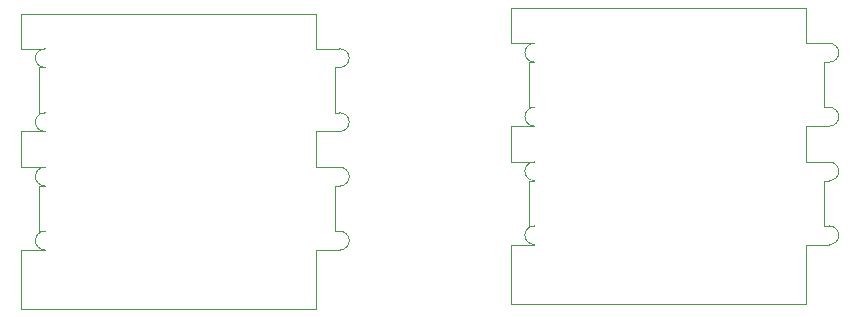
<source format=gbr>
%TF.GenerationSoftware,KiCad,Pcbnew,(6.0.8-1)-1*%
%TF.CreationDate,2022-10-31T23:33:37-07:00*%
%TF.ProjectId,bigger_test_files,62696767-6572-45f7-9465-73745f66696c,rev?*%
%TF.SameCoordinates,Original*%
%TF.FileFunction,Profile,NP*%
%FSLAX46Y46*%
G04 Gerber Fmt 4.6, Leading zero omitted, Abs format (unit mm)*
G04 Created by KiCad (PCBNEW (6.0.8-1)-1) date 2022-10-31 23:33:37*
%MOMM*%
%LPD*%
G01*
G04 APERTURE LIST*
%TA.AperFunction,Profile*%
%ADD10C,0.100000*%
%TD*%
G04 APERTURE END LIST*
D10*
X210960000Y-71370722D02*
X210960000Y-66377305D01*
X185960000Y-66377305D02*
X185960000Y-71370722D01*
X212520000Y-64797305D02*
X212520000Y-60960000D01*
X187960000Y-66375551D02*
X187960000Y-66377305D01*
X187960000Y-66377305D02*
X185960000Y-66377305D01*
X185960000Y-71370722D02*
X210960000Y-71370722D01*
X210960000Y-46370722D02*
X185960000Y-46370722D01*
X188012608Y-64797305D02*
G75*
G03*
X187960000Y-66375551I-52607J-788246D01*
G01*
X188012608Y-49351380D02*
G75*
G03*
X187960000Y-50929626I-52612J-788246D01*
G01*
X187520000Y-60960000D02*
X187520000Y-64797305D01*
X212960000Y-50929634D02*
G75*
G03*
X212907392Y-49351380I0J790004D01*
G01*
X187960000Y-60960000D02*
X187520000Y-60960000D01*
X188012608Y-59380000D02*
G75*
G03*
X187960000Y-60958246I-52612J-788246D01*
G01*
X187960000Y-56348685D02*
X185960000Y-56348685D01*
X210960000Y-66377305D02*
X212960000Y-66377305D01*
X187520000Y-54768685D02*
X187907392Y-54768685D01*
X188012608Y-54768685D02*
G75*
G03*
X187960000Y-56346931I-52607J-788246D01*
G01*
X212960000Y-56346928D02*
G75*
G03*
X212907392Y-54768685I-10J789998D01*
G01*
X187520000Y-50931380D02*
X187520000Y-54768685D01*
X212960000Y-60960000D02*
X212960000Y-60958246D01*
X187960000Y-50931380D02*
X187520000Y-50931380D01*
X185960000Y-59380000D02*
X187907392Y-59380000D01*
X210960000Y-49351380D02*
X210960000Y-46370722D01*
X187960000Y-50929626D02*
X187960000Y-50931380D01*
X212907392Y-54768685D02*
X212520000Y-54768685D01*
X212907392Y-49351380D02*
X210960000Y-49351380D01*
X212960000Y-50931380D02*
X212960000Y-50929626D01*
X212960000Y-66377305D02*
X212960000Y-66375551D01*
X212520000Y-50931380D02*
X212960000Y-50931380D01*
X187960000Y-56346931D02*
X187960000Y-56348685D01*
X212520000Y-54768685D02*
X212520000Y-50931380D01*
X212520000Y-60960000D02*
X212960000Y-60960000D01*
X212960000Y-56348685D02*
X212960000Y-56346931D01*
X210960000Y-59380000D02*
X210960000Y-56348685D01*
X212907392Y-59380000D02*
X210960000Y-59380000D01*
X212960000Y-60958252D02*
G75*
G03*
X212907392Y-59380000I-20J790002D01*
G01*
X185960000Y-46370722D02*
X185960000Y-49351380D01*
X185960000Y-49351380D02*
X187907392Y-49351380D01*
X212960000Y-66375549D02*
G75*
G03*
X212907392Y-64797305I0J789999D01*
G01*
X187520000Y-64797305D02*
X187907392Y-64797305D01*
X187960000Y-60958246D02*
X187960000Y-60960000D01*
X210960000Y-56348685D02*
X212960000Y-56348685D01*
X185960000Y-56348685D02*
X185960000Y-59380000D01*
X212907392Y-64797305D02*
X212520000Y-64797305D01*
X252405000Y-70920000D02*
X252405000Y-65926583D01*
X227405000Y-70920000D02*
X252405000Y-70920000D01*
X227405000Y-65926583D02*
X227405000Y-70920000D01*
X229405000Y-65926583D02*
X227405000Y-65926583D01*
X229405000Y-65924829D02*
X229405000Y-65926583D01*
X229457608Y-64346585D02*
G75*
G03*
X229405000Y-65924829I-52608J-788245D01*
G01*
X228965000Y-64346583D02*
X229352392Y-64346583D01*
X228965000Y-60509278D02*
X228965000Y-64346583D01*
X229405000Y-60509278D02*
X228965000Y-60509278D01*
X229405000Y-60507524D02*
X229405000Y-60509278D01*
X229457609Y-58929270D02*
G75*
G03*
X229405000Y-60507524I-52609J-788250D01*
G01*
X227405000Y-58929278D02*
X229352392Y-58929278D01*
X227405000Y-55897963D02*
X227405000Y-58929278D01*
X229405000Y-55897963D02*
X227405000Y-55897963D01*
X229405000Y-55896209D02*
X229405000Y-55897963D01*
X229457608Y-54317965D02*
G75*
G03*
X229405000Y-55896209I-52608J-788245D01*
G01*
X228965000Y-54317963D02*
X229352392Y-54317963D01*
X228965000Y-50480658D02*
X228965000Y-54317963D01*
X229405000Y-50480658D02*
X228965000Y-50480658D01*
X229405000Y-50478904D02*
X229405000Y-50480658D01*
X229457609Y-48900650D02*
G75*
G03*
X229405000Y-50478904I-52609J-788250D01*
G01*
X227405000Y-48900658D02*
X229352392Y-48900658D01*
X227405000Y-45920000D02*
X227405000Y-48900658D01*
X252405000Y-45920000D02*
X227405000Y-45920000D01*
X252405000Y-48900658D02*
X252405000Y-45920000D01*
X254352392Y-48900658D02*
X252405000Y-48900658D01*
X254405000Y-50478896D02*
G75*
G03*
X254352392Y-48900658I0J789996D01*
G01*
X254405000Y-50480658D02*
X254405000Y-50478904D01*
X253965000Y-50480658D02*
X254405000Y-50480658D01*
X253965000Y-54317963D02*
X253965000Y-50480658D01*
X254352392Y-54317963D02*
X253965000Y-54317963D01*
X254405000Y-55896191D02*
G75*
G03*
X254352392Y-54317963I0J789991D01*
G01*
X254405000Y-55897963D02*
X254405000Y-55896209D01*
X252405000Y-55897963D02*
X254405000Y-55897963D01*
X252405000Y-58929278D02*
X252405000Y-55897963D01*
X254352392Y-58929278D02*
X252405000Y-58929278D01*
X254405000Y-60507476D02*
G75*
G03*
X254352392Y-58929278I0J789976D01*
G01*
X254405000Y-60509278D02*
X254405000Y-60507524D01*
X253965000Y-60509278D02*
X254405000Y-60509278D01*
X253965000Y-64346583D02*
X253965000Y-60509278D01*
X254352392Y-64346583D02*
X253965000Y-64346583D01*
X254405000Y-65924831D02*
G75*
G03*
X254352392Y-64346583I0J790001D01*
G01*
X254405000Y-65926583D02*
X254405000Y-65924829D01*
X252405000Y-65926583D02*
X254405000Y-65926583D01*
M02*

</source>
